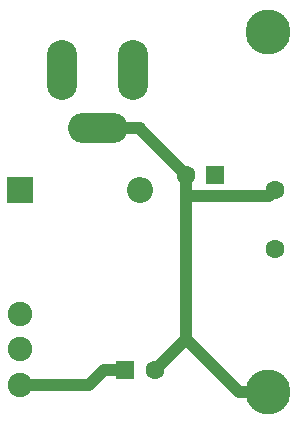
<source format=gbr>
%TF.GenerationSoftware,KiCad,Pcbnew,5.1.5+dfsg1-2build2*%
%TF.CreationDate,2020-12-20T05:39:21+01:00*%
%TF.ProjectId,PSmod1105-v2,50536d6f-6431-4313-9035-2d76322e6b69,rev?*%
%TF.SameCoordinates,PX48ab840PY77e7cd0*%
%TF.FileFunction,Copper,L2,Bot*%
%TF.FilePolarity,Positive*%
%FSLAX46Y46*%
G04 Gerber Fmt 4.6, Leading zero omitted, Abs format (unit mm)*
G04 Created by KiCad (PCBNEW 5.1.5+dfsg1-2build2) date 2020-12-20 05:39:21*
%MOMM*%
%LPD*%
G04 APERTURE LIST*
%TA.AperFunction,ComponentPad*%
%ADD10R,1.600000X1.600000*%
%TD*%
%TA.AperFunction,ComponentPad*%
%ADD11C,1.600000*%
%TD*%
%TA.AperFunction,ComponentPad*%
%ADD12R,2.200000X2.200000*%
%TD*%
%TA.AperFunction,ComponentPad*%
%ADD13O,2.200000X2.200000*%
%TD*%
%TA.AperFunction,ComponentPad*%
%ADD14C,3.800000*%
%TD*%
%TA.AperFunction,ComponentPad*%
%ADD15O,2.540000X5.080000*%
%TD*%
%TA.AperFunction,ComponentPad*%
%ADD16O,5.080000X2.540000*%
%TD*%
%TA.AperFunction,ComponentPad*%
%ADD17C,2.070000*%
%TD*%
%TA.AperFunction,Conductor*%
%ADD18C,1.000000*%
%TD*%
G04 APERTURE END LIST*
D10*
%TO.P,C1,1*%
%TO.N,Net-(C1-Pad1)*%
X13970000Y5080000D03*
D11*
%TO.P,C1,2*%
%TO.N,GND*%
X16470000Y5080000D03*
%TD*%
%TO.P,C2,2*%
%TO.N,GND*%
X19090000Y21590000D03*
D10*
%TO.P,C2,1*%
%TO.N,Net-(C2-Pad1)*%
X21590000Y21590000D03*
%TD*%
D11*
%TO.P,C3,1*%
%TO.N,Net-(C2-Pad1)*%
X26670000Y15320000D03*
%TO.P,C3,2*%
%TO.N,GND*%
X26670000Y20320000D03*
%TD*%
D12*
%TO.P,D1,1*%
%TO.N,Net-(D1-Pad1)*%
X5080000Y20320000D03*
D13*
%TO.P,D1,2*%
%TO.N,Net-(D1-Pad2)*%
X15240000Y20320000D03*
%TD*%
D14*
%TO.P,H3,1*%
%TO.N,Net-(C2-Pad1)*%
X26035000Y33655000D03*
%TD*%
%TO.P,H4,1*%
%TO.N,GND*%
X26035000Y3175000D03*
%TD*%
D15*
%TO.P,J1,1*%
%TO.N,Net-(D1-Pad2)*%
X14605000Y30480000D03*
%TO.P,J1,2*%
%TO.N,GND*%
X8605000Y30480000D03*
D16*
%TO.P,J1,3*%
X11655000Y25580000D03*
%TD*%
D17*
%TO.P,SW1,1*%
%TO.N,Net-(C1-Pad1)*%
X5080000Y3810000D03*
%TO.P,SW1,2*%
%TO.N,Net-(D1-Pad1)*%
X5080000Y6810000D03*
%TO.P,SW1,3*%
%TO.N,Net-(SW1-Pad3)*%
X5080000Y9810000D03*
%TD*%
D18*
%TO.N,Net-(C1-Pad1)*%
X13970000Y5080000D02*
X12170000Y5080000D01*
X5080000Y3810000D02*
X10900000Y3810000D01*
X10900000Y3810000D02*
X12170000Y5080000D01*
%TO.N,GND*%
X19090000Y7700000D02*
X16470000Y5080000D01*
X19090000Y19828700D02*
X19090000Y7700000D01*
X26035000Y3175000D02*
X23615000Y3175000D01*
X23615000Y3175000D02*
X19090000Y7700000D01*
X19090000Y21590000D02*
X19090000Y19828700D01*
X19090000Y19828700D02*
X26178700Y19828700D01*
X26178700Y19828700D02*
X26670000Y20320000D01*
X11655000Y25580000D02*
X15195000Y25580000D01*
X15195000Y25580000D02*
X15195000Y25485000D01*
X15195000Y25485000D02*
X19090000Y21590000D01*
%TD*%
M02*

</source>
